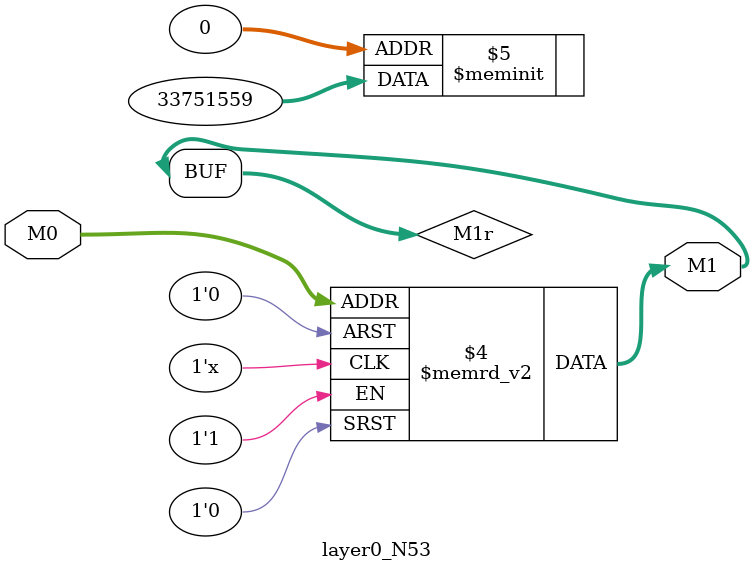
<source format=v>
module layer0_N53 ( input [3:0] M0, output [1:0] M1 );

	(*rom_style = "distributed" *) reg [1:0] M1r;
	assign M1 = M1r;
	always @ (M0) begin
		case (M0)
			4'b0000: M1r = 2'b11;
			4'b1000: M1r = 2'b11;
			4'b0100: M1r = 2'b10;
			4'b1100: M1r = 2'b10;
			4'b0010: M1r = 2'b00;
			4'b1010: M1r = 2'b00;
			4'b0110: M1r = 2'b00;
			4'b1110: M1r = 2'b00;
			4'b0001: M1r = 2'b01;
			4'b1001: M1r = 2'b00;
			4'b0101: M1r = 2'b00;
			4'b1101: M1r = 2'b00;
			4'b0011: M1r = 2'b00;
			4'b1011: M1r = 2'b00;
			4'b0111: M1r = 2'b00;
			4'b1111: M1r = 2'b00;

		endcase
	end
endmodule

</source>
